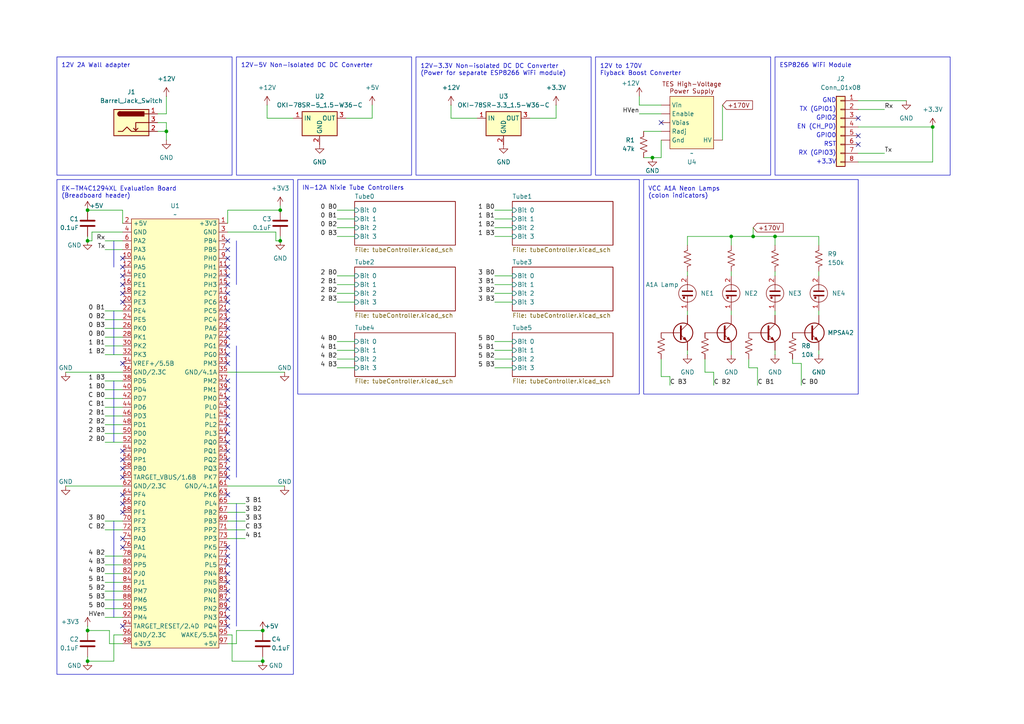
<source format=kicad_sch>
(kicad_sch (version 20231120) (generator "eeschema") (generator_version "8.0")
  (paper "A4")
  (lib_symbols
    (symbol "Connector:Barrel_Jack_Switch" (pin_names hide)
      (property "Reference" "J" (at 0 5.334 0))
      (property "Value" "Barrel_Jack_Switch" (at 0 -5.08 0))
      (symbol "Barrel_Jack_Switch_0_1"
        (rectangle (start -5.08 3.81) (end 5.08 -3.81) (stroke (width 0.254)) (fill (type background)))
        (arc (start -3.302 3.175) (mid -3.9343 2.54) (end -3.302 1.905) (stroke (width 0.254)))
        (arc (start -3.302 3.175) (mid -3.9343 2.54) (end -3.302 1.905) (stroke (width 0.254)) (fill (type outline)))
        (polyline (pts (xy 1.27 -2.286) (xy 1.905 -1.651)) (stroke (width 0.254)))
        (polyline (pts (xy 5.08 2.54) (xy 3.81 2.54)) (stroke (width 0.254)))
        (polyline (pts (xy 5.08 0) (xy 1.27 0) (xy 1.27 -2.286) (xy 0.635 -1.651)) (stroke (width 0.254)))
        (polyline (pts (xy -3.81 -2.54) (xy -2.54 -2.54) (xy -1.27 -1.27) (xy 0 -2.54) (xy 2.54 -2.54) (xy 5.08 -2.54)) (stroke (width 0.254)))
        (rectangle (start 3.683 3.175) (end -3.302 1.905) (stroke (width 0.254)) (fill (type outline)))
      )
      (symbol "Barrel_Jack_Switch_1_1"
        (pin passive line (at 7.62 2.54 180) (length 2.54) (name "~") (number "1"))
        (pin passive line (at 7.62 -2.54 180) (length 2.54) (name "~") (number "2"))
        (pin passive line (at 7.62 0 180) (length 2.54) (name "~") (number "3"))
      )
    )
    (symbol "Connector_Generic:Conn_01x08" (pin_names (offset 1.016) hide)
      (property "Reference" "J" (at 0 10.16 0))
      (property "Value" "Conn_01x08" (at 0 -12.7 0))
      (symbol "Conn_01x08_1_1"
        (rectangle (start -1.27 -10.033) (end 0 -10.287) (stroke (width 0.1524)))
        (rectangle (start -1.27 -7.493) (end 0 -7.747) (stroke (width 0.1524)))
        (rectangle (start -1.27 -4.953) (end 0 -5.207) (stroke (width 0.1524)))
        (rectangle (start -1.27 -2.413) (end 0 -2.667) (stroke (width 0.1524)))
        (rectangle (start -1.27 0.127) (end 0 -0.127) (stroke (width 0.1524)))
        (rectangle (start -1.27 2.667) (end 0 2.413) (stroke (width 0.1524)))
        (rectangle (start -1.27 5.207) (end 0 4.953) (stroke (width 0.1524)))
        (rectangle (start -1.27 7.747) (end 0 7.493) (stroke (width 0.1524)))
        (rectangle (start -1.27 8.89) (end 1.27 -11.43) (stroke (width 0.254)) (fill (type background)))
        (pin passive line (at -5.08 7.62 0) (length 3.81) (name "Pin_1") (number "1"))
        (pin passive line (at -5.08 5.08 0) (length 3.81) (name "Pin_2") (number "2"))
        (pin passive line (at -5.08 2.54 0) (length 3.81) (name "Pin_3") (number "3"))
        (pin passive line (at -5.08 0 0) (length 3.81) (name "Pin_4") (number "4"))
        (pin passive line (at -5.08 -2.54 0) (length 3.81) (name "Pin_5") (number "5"))
        (pin passive line (at -5.08 -5.08 0) (length 3.81) (name "Pin_6") (number "6"))
        (pin passive line (at -5.08 -7.62 0) (length 3.81) (name "Pin_7") (number "7"))
        (pin passive line (at -5.08 -10.16 0) (length 3.81) (name "Pin_8") (number "8"))
      )
    )
    (symbol "Converter_DCDC:OKI-78SR-3.3_1.5-W36-C"
      (property "Reference" "U" (at -3.81 3.175 0))
      (property "Value" "OKI-78SR-3.3_1.5-W36-C" (at 0 3.175 0))
      (symbol "OKI-78SR-3.3_1.5-W36-C_0_1"
        (rectangle (start -5.08 1.905) (end 5.08 -5.08) (stroke (width 0.254)) (fill (type background)))
      )
      (symbol "OKI-78SR-3.3_1.5-W36-C_1_1"
        (pin power_in line (at -7.62 0 0) (length 2.54) (name "IN") (number "1"))
        (pin power_in line (at 0 -7.62 90) (length 2.54) (name "GND") (number "2"))
        (pin power_out line (at 7.62 0 180) (length 2.54) (name "OUT") (number "3"))
      )
    )
    (symbol "Converter_DCDC:OKI-78SR-5_1.5-W36-C"
      (property "Reference" "U" (at -3.81 3.175 0))
      (property "Value" "OKI-78SR-5_1.5-W36-C" (at 0 3.175 0))
      (symbol "OKI-78SR-5_1.5-W36-C_0_1"
        (rectangle (start -5.08 1.905) (end 5.08 -5.08) (stroke (width 0.254)) (fill (type background)))
      )
      (symbol "OKI-78SR-5_1.5-W36-C_1_1"
        (pin power_in line (at -7.62 0 0) (length 2.54) (name "IN") (number "1"))
        (pin power_in line (at 0 -7.62 90) (length 2.54) (name "GND") (number "2"))
        (pin power_out line (at 7.62 0 180) (length 2.54) (name "OUT") (number "3"))
      )
    )
    (symbol "Device:C" (pin_numbers hide) (pin_names (offset 0.254))
      (property "Reference" "C" (at 0.635 2.54 0))
      (property "Value" "C" (at 0.635 -2.54 0))
      (symbol "C_0_1"
        (polyline (pts (xy -2.032 -0.762) (xy 2.032 -0.762)) (stroke (width 0.508)))
        (polyline (pts (xy -2.032 0.762) (xy 2.032 0.762)) (stroke (width 0.508)))
      )
      (symbol "C_1_1"
        (pin passive line (at 0 3.81 270) (length 2.794) (name "~") (number "1"))
        (pin passive line (at 0 -3.81 90) (length 2.794) (name "~") (number "2"))
      )
    )
    (symbol "Device:Lamp_Neon" (pin_names (offset 0.0254) hide)
      (property "Reference" "NE" (at 0.635 3.81 0))
      (property "Value" "Lamp_Neon" (at 0.635 -3.81 0))
      (symbol "Lamp_Neon_0_1"
        (rectangle (start -1.524 -0.508) (end 1.524 -0.762) (fill (type outline)))
        (rectangle (start -1.524 0.762) (end 1.524 0.508) (fill (type outline)))
        (polyline (pts (xy 0 -2.54) (xy 0 -0.762)))
        (polyline (pts (xy 0 0.762) (xy 0 2.54)))
        (circle (center 0 0) (radius 2.54))
        (circle (center 1.016 -1.27) (radius 0.254) (fill (type outline)))
      )
      (symbol "Lamp_Neon_1_1"
        (pin passive line (at 0 -5.08 90) (length 2.54) (name "~") (number "1"))
        (pin passive line (at 0 5.08 270) (length 2.54) (name "~") (number "2"))
      )
    )
    (symbol "Device:R_US" (pin_numbers hide) (pin_names (offset 0))
      (property "Reference" "R" (at 2.54 0 90))
      (property "Value" "R_US" (at -2.54 0 90))
      (symbol "R_US_0_1"
        (polyline (pts (xy 0 -2.286) (xy 0 -2.54)))
        (polyline (pts (xy 0 2.286) (xy 0 2.54)))
        (polyline (pts (xy 0 -0.762) (xy 1.016 -1.143) (xy 0 -1.524) (xy -1.016 -1.905) (xy 0 -2.286)))
        (polyline (pts (xy 0 0.762) (xy 1.016 0.381) (xy 0 0) (xy -1.016 -0.381) (xy 0 -0.762)))
        (polyline (pts (xy 0 2.286) (xy 1.016 1.905) (xy 0 1.524) (xy -1.016 1.143) (xy 0 0.762)))
      )
      (symbol "R_US_1_1"
        (pin passive line (at 0 3.81 270) (length 1.27) (name "~") (number "1"))
        (pin passive line (at 0 -3.81 90) (length 1.27) (name "~") (number "2"))
      )
    )
    (symbol "TaylorElectronics:TES_1363_HVPS_Vertical" (pin_numbers hide)
      (property "Reference" "U" (at 0 8.89 0))
      (symbol "TES_1363_HVPS_Vertical_1_1"
        (rectangle (start -6.35 7.62) (end 6.35 -7.62) (fill (type background)))
        (text "TES High-Voltage\nPower Supply" (at 0 -10.16 0) (effects (font (size 1.27 1.27))))
        (pin input line (at -8.89 -2.54 0) (length 2.54) (name "Enable") (number "Enable"))
        (pin input line (at -8.89 5.08 0) (length 2.54) (name "Gnd") (number "Gnd"))
        (pin output line (at 8.89 5.08 180) (length 2.54) (name "HV") (number "HV"))
        (pin input line (at -8.89 2.54 0) (length 2.54) (name "Radj") (number "Radj"))
        (pin input line (at -8.89 0 0) (length 2.54) (name "Vbias") (number "Vbias"))
        (pin input line (at -8.89 -5.08 0) (length 2.54) (name "Vin") (number "Vin"))
      )
    )
    (symbol "TaylorElectronics:X11_TM4C_Breadboard_Header"
      (property "Reference" "U" (at 0 0 0))
      (symbol "X11_TM4C_Breadboard_Header_1_1"
        (rectangle (start -12.7 59.69) (end 12.7 -64.77) (fill (type background)))
        (pin bidirectional line (at 15.24 58.42 180) (length 2.54) (name "+3V3") (number "1"))
        (pin bidirectional line (at -15.24 48.26 0) (length 2.54) (name "PA4") (number "10"))
        (pin bidirectional line (at 15.24 45.72 180) (length 2.54) (name "PH1") (number "11"))
        (pin bidirectional line (at -15.24 45.72 0) (length 2.54) (name "PA5") (number "12"))
        (pin bidirectional line (at 15.24 43.18 180) (length 2.54) (name "PH2") (number "13"))
        (pin bidirectional line (at -15.24 43.18 0) (length 2.54) (name "PE0") (number "14"))
        (pin bidirectional line (at 15.24 40.64 180) (length 2.54) (name "PH3") (number "15"))
        (pin bidirectional line (at -15.24 40.64 0) (length 2.54) (name "PE1") (number "16"))
        (pin bidirectional line (at 15.24 38.1 180) (length 2.54) (name "PC7") (number "17"))
        (pin bidirectional line (at -15.24 38.1 0) (length 2.54) (name "PE2") (number "18"))
        (pin bidirectional line (at 15.24 35.56 180) (length 2.54) (name "PC6") (number "19"))
        (pin bidirectional line (at -15.24 58.42 0) (length 2.54) (name "+5V") (number "2"))
        (pin bidirectional line (at -15.24 35.56 0) (length 2.54) (name "PE3") (number "20"))
        (pin bidirectional line (at 15.24 33.02 180) (length 2.54) (name "PC5") (number "21"))
        (pin bidirectional line (at -15.24 33.02 0) (length 2.54) (name "PE4") (number "22"))
        (pin bidirectional line (at 15.24 30.48 180) (length 2.54) (name "PC4") (number "23"))
        (pin bidirectional line (at -15.24 30.48 0) (length 2.54) (name "PE5") (number "24"))
        (pin bidirectional line (at 15.24 27.94 180) (length 2.54) (name "PA6") (number "25"))
        (pin bidirectional line (at -15.24 27.94 0) (length 2.54) (name "PK0") (number "26"))
        (pin bidirectional line (at 15.24 25.4 180) (length 2.54) (name "PA7") (number "27"))
        (pin bidirectional line (at -15.24 25.4 0) (length 2.54) (name "PK1") (number "28"))
        (pin bidirectional line (at 15.24 22.86 180) (length 2.54) (name "PG1") (number "29"))
        (pin bidirectional line (at 15.24 55.88 180) (length 2.54) (name "GND") (number "3"))
        (pin bidirectional line (at -15.24 22.86 0) (length 2.54) (name "PK2") (number "30"))
        (pin bidirectional line (at 15.24 20.32 180) (length 2.54) (name "PG0") (number "31"))
        (pin bidirectional line (at -15.24 20.32 0) (length 2.54) (name "PK3") (number "32"))
        (pin bidirectional line (at 15.24 17.78 180) (length 2.54) (name "PM3") (number "33"))
        (pin bidirectional line (at -15.24 17.78 0) (length 2.54) (name "VREF+/5.5B") (number "34"))
        (pin bidirectional line (at 15.24 15.24 180) (length 2.54) (name "GND/4.1A") (number "35"))
        (pin bidirectional line (at -15.24 15.24 0) (length 2.54) (name "GND/2.3C") (number "36"))
        (pin bidirectional line (at 15.24 12.7 180) (length 2.54) (name "PM2") (number "37"))
        (pin bidirectional line (at -15.24 12.7 0) (length 2.54) (name "PD5") (number "38"))
        (pin bidirectional line (at 15.24 10.16 180) (length 2.54) (name "PM1") (number "39"))
        (pin bidirectional line (at -15.24 55.88 0) (length 2.54) (name "GND") (number "4"))
        (pin bidirectional line (at -15.24 10.16 0) (length 2.54) (name "PD4") (number "40"))
        (pin bidirectional line (at 15.24 7.62 180) (length 2.54) (name "PM0") (number "41"))
        (pin bidirectional line (at -15.24 7.62 0) (length 2.54) (name "PD7") (number "42"))
        (pin bidirectional line (at 15.24 5.08 180) (length 2.54) (name "PL0") (number "43"))
        (pin bidirectional line (at -15.24 5.08 0) (length 2.54) (name "PD6") (number "44"))
        (pin bidirectional line (at 15.24 2.54 180) (length 2.54) (name "PL1") (number "45"))
        (pin bidirectional line (at -15.24 2.54 0) (length 2.54) (name "PD3") (number "46"))
        (pin bidirectional line (at 15.24 0 180) (length 2.54) (name "PL2") (number "47"))
        (pin bidirectional line (at -15.24 0 0) (length 2.54) (name "PD1") (number "48"))
        (pin bidirectional line (at 15.24 -2.54 180) (length 2.54) (name "PL3") (number "49"))
        (pin bidirectional line (at 15.24 53.34 180) (length 2.54) (name "PB4") (number "5"))
        (pin bidirectional line (at -15.24 -2.54 0) (length 2.54) (name "PD0") (number "50"))
        (pin bidirectional line (at 15.24 -5.08 180) (length 2.54) (name "PQ0") (number "51"))
        (pin bidirectional line (at -15.24 -5.08 0) (length 2.54) (name "PD2") (number "52"))
        (pin bidirectional line (at 15.24 -7.62 180) (length 2.54) (name "PQ1") (number "53"))
        (pin bidirectional line (at -15.24 -7.62 0) (length 2.54) (name "PP0") (number "54"))
        (pin bidirectional line (at 15.24 -10.16 180) (length 2.54) (name "PQ2") (number "55"))
        (pin bidirectional line (at -15.24 -10.16 0) (length 2.54) (name "PP1") (number "56"))
        (pin bidirectional line (at 15.24 -12.7 180) (length 2.54) (name "PQ3") (number "57"))
        (pin bidirectional line (at -15.24 -12.7 0) (length 2.54) (name "PB0") (number "58"))
        (pin bidirectional line (at 15.24 -15.24 180) (length 2.54) (name "PK7") (number "59"))
        (pin bidirectional line (at -15.24 53.34 0) (length 2.54) (name "PA2") (number "6"))
        (pin bidirectional line (at -15.24 -15.24 0) (length 2.54) (name "TARGET_VBUS/1.6B") (number "60"))
        (pin bidirectional line (at 15.24 -17.78 180) (length 2.54) (name "GND/4.1A") (number "61"))
        (pin bidirectional line (at -15.24 -17.78 0) (length 2.54) (name "GND/2.3C") (number "62"))
        (pin bidirectional line (at 15.24 -20.32 180) (length 2.54) (name "PK6") (number "63"))
        (pin bidirectional line (at -15.24 -20.32 0) (length 2.54) (name "PF4") (number "64"))
        (pin bidirectional line (at 15.24 -22.86 180) (length 2.54) (name "PL4") (number "65"))
        (pin bidirectional line (at -15.24 -22.86 0) (length 2.54) (name "PF0") (number "66"))
        (pin bidirectional line (at 15.24 -25.4 180) (length 2.54) (name "PB2") (number "67"))
        (pin bidirectional line (at -15.24 -25.4 0) (length 2.54) (name "PF1") (number "68"))
        (pin bidirectional line (at 15.24 -27.94 180) (length 2.54) (name "PB3") (number "69"))
        (pin bidirectional line (at 15.24 50.8 180) (length 2.54) (name "PB5") (number "7"))
        (pin bidirectional line (at -15.24 -27.94 0) (length 2.54) (name "PF2") (number "70"))
        (pin bidirectional line (at 15.24 -30.48 180) (length 2.54) (name "PP2") (number "71"))
        (pin bidirectional line (at -15.24 -30.48 0) (length 2.54) (name "PF3") (number "72"))
        (pin bidirectional line (at 15.24 -33.02 180) (length 2.54) (name "PP3") (number "73"))
        (pin bidirectional line (at -15.24 -33.02 0) (length 2.54) (name "PA0") (number "74"))
        (pin bidirectional line (at 15.24 -35.56 180) (length 2.54) (name "PK5") (number "75"))
        (pin bidirectional line (at -15.24 -35.56 0) (length 2.54) (name "PA1") (number "76"))
        (pin bidirectional line (at 15.24 -38.1 180) (length 2.54) (name "PK4") (number "77"))
        (pin bidirectional line (at -15.24 -38.1 0) (length 2.54) (name "PP4") (number "78"))
        (pin bidirectional line (at 15.24 -40.64 180) (length 2.54) (name "PL5") (number "79"))
        (pin bidirectional line (at -15.24 50.8 0) (length 2.54) (name "PA3") (number "8"))
        (pin bidirectional line (at -15.24 -40.64 0) (length 2.54) (name "PP5") (number "80"))
        (pin bidirectional line (at 15.24 -43.18 180) (length 2.54) (name "PN4") (number "81"))
        (pin bidirectional line (at -15.24 -43.18 0) (length 2.54) (name "PJ0") (number "82"))
        (pin bidirectional line (at 15.24 -45.72 180) (length 2.54) (name "PN5") (number "83"))
        (pin bidirectional line (at -15.24 -45.72 0) (length 2.54) (name "PJ1") (number "84"))
        (pin bidirectional line (at 15.24 -48.26 180) (length 2.54) (name "PN0") (number "85"))
        (pin bidirectional line (at -15.24 -48.26 0) (length 2.54) (name "PM7") (number "86"))
        (pin bidirectional line (at 15.24 -50.8 180) (length 2.54) (name "PN1") (number "87"))
        (pin bidirectional line (at -15.24 -50.8 0) (length 2.54) (name "PM6") (number "88"))
        (pin bidirectional line (at 15.24 -53.34 180) (length 2.54) (name "PN2") (number "89"))
        (pin bidirectional line (at 15.24 48.26 180) (length 2.54) (name "PH0") (number "9"))
        (pin bidirectional line (at -15.24 -53.34 0) (length 2.54) (name "PM5") (number "90"))
        (pin bidirectional line (at 15.24 -55.88 180) (length 2.54) (name "PN3") (number "91"))
        (pin bidirectional line (at -15.24 -55.88 0) (length 2.54) (name "PM4") (number "92"))
        (pin bidirectional line (at 15.24 -58.42 180) (length 2.54) (name "PQ4") (number "93"))
        (pin bidirectional line (at -15.24 -58.42 0) (length 2.54) (name "TARGET_RESET/2.4D") (number "94"))
        (pin bidirectional line (at 15.24 -60.96 180) (length 2.54) (name "WAKE/5.5A") (number "95"))
        (pin bidirectional line (at -15.24 -60.96 0) (length 2.54) (name "GND/2.3C") (number "96"))
        (pin bidirectional line (at 15.24 -63.5 180) (length 2.54) (name "+5V") (number "97"))
        (pin bidirectional line (at -15.24 -63.5 0) (length 2.54) (name "+3V3") (number "98"))
      )
    )
    (symbol "Transistor_BJT:MPSA42" (pin_numbers hide) (pin_names (offset 1.016) hide)
      (property "Reference" "Q" (at 5.08 1.905 0))
      (property "Value" "MPSA42" (at 5.08 0 0))
      (symbol "MPSA42_0_1"
        (polyline (pts (xy 0 0) (xy 0.635 0)))
        (polyline (pts (xy 0.635 0.635) (xy 2.54 2.54)))
        (polyline (pts (xy 0.635 -0.635) (xy 2.54 -2.54) (xy 2.54 -2.54)))
        (polyline (pts (xy 0.635 1.905) (xy 0.635 -1.905) (xy 0.635 -1.905)) (stroke (width 0.508)))
        (polyline (pts (xy 1.27 -1.778) (xy 1.778 -1.27) (xy 2.286 -2.286) (xy 1.27 -1.778) (xy 1.27 -1.778)) (fill (type outline)))
        (circle (center 1.27 0) (radius 2.8194) (stroke (width 0.254)))
      )
      (symbol "MPSA42_1_1"
        (pin passive line (at 2.54 -5.08 90) (length 2.54) (name "E") (number "1"))
        (pin input line (at -5.08 0 0) (length 5.08) (name "B") (number "2"))
        (pin passive line (at 2.54 5.08 270) (length 2.54) (name "C") (number "3"))
      )
    )
    (symbol "power:+12V" (power) (pin_numbers hide) (pin_names (offset 0) hide)
      (property "Value" "+12V" (at 0 3.556 0))
      (symbol "+12V_0_1"
        (polyline (pts (xy -0.762 1.27) (xy 0 2.54)))
        (polyline (pts (xy 0 0) (xy 0 2.54)))
        (polyline (pts (xy 0 2.54) (xy 0.762 1.27)))
      )
      (symbol "+12V_1_1"
        (pin power_in line (at 0 0 90) (length 0) (name "~") (number "1"))
      )
    )
    (symbol "power:+3.3V" (power) (pin_numbers hide) (pin_names (offset 0) hide)
      (property "Value" "+3.3V" (at 0 3.556 0))
      (symbol "+3.3V_0_1"
        (polyline (pts (xy -0.762 1.27) (xy 0 2.54)))
        (polyline (pts (xy 0 0) (xy 0 2.54)))
        (polyline (pts (xy 0 2.54) (xy 0.762 1.27)))
      )
      (symbol "+3.3V_1_1"
        (pin power_in line (at 0 0 90) (length 0) (name "~") (number "1"))
      )
    )
    (symbol "power:+3V3" (power) (pin_numbers hide) (pin_names (offset 0) hide)
      (property "Value" "+3V3" (at 0 3.556 0))
      (symbol "+3V3_0_1"
        (polyline (pts (xy -0.762 1.27) (xy 0 2.54)))
        (polyline (pts (xy 0 0) (xy 0 2.54)))
        (polyline (pts (xy 0 2.54) (xy 0.762 1.27)))
      )
      (symbol "+3V3_1_1"
        (pin power_in line (at 0 0 90) (length 0) (name "~") (number "1"))
      )
    )
    (symbol "power:+5V" (power) (pin_numbers hide) (pin_names (offset 0) hide)
      (property "Value" "+5V" (at 0 3.556 0))
      (symbol "+5V_0_1"
        (polyline (pts (xy -0.762 1.27) (xy 0 2.54)))
        (polyline (pts (xy 0 0) (xy 0 2.54)))
        (polyline (pts (xy 0 2.54) (xy 0.762 1.27)))
      )
      (symbol "+5V_1_1"
        (pin power_in line (at 0 0 90) (length 0) (name "~") (number "1"))
      )
    )
    (symbol "power:GND" (power) (pin_numbers hide) (pin_names (offset 0) hide)
      (property "Value" "GND" (at 0 -3.81 0))
      (symbol "GND_0_1"
        (polyline (pts (xy 0 0) (xy 0 -1.27) (xy 1.27 -1.27) (xy 0 -2.54) (xy -1.27 -1.27) (xy 0 -1.27)))
      )
      (symbol "GND_1_1"
        (pin power_in line (at 0 0 270) (length 0) (name "~") (number "1"))
      )
    )
  )
  (junction (at 189.23 45.72))
  (junction (at 224.79 68.58))
  (junction (at 218.44 68.58))
  (junction (at 76.2 182.88))
  (junction (at 76.2 191.77))
  (junction (at 25.4 191.77))
  (junction (at 48.26 38.1))
  (junction (at 81.28 69.85))
  (junction (at 25.4 69.85))
  (junction (at 25.4 60.96))
  (junction (at 270.51 36.83))
  (junction (at 25.4 182.88))
  (junction (at 81.28 60.96))
  (junction (at 212.09 68.58))
  (no_connect (at 35.56 148.59))
  (no_connect (at 66.04 173.99))
  (no_connect (at 66.04 133.35))
  (no_connect (at 248.92 34.29))
  (no_connect (at 35.56 156.21))
  (no_connect (at 35.56 138.43))
  (no_connect (at 66.04 171.45))
  (no_connect (at 66.04 97.79))
  (no_connect (at 66.04 125.73))
  (no_connect (at 66.04 179.07))
  (no_connect (at 35.56 146.05))
  (no_connect (at 66.04 92.71))
  (no_connect (at 66.04 158.75))
  (no_connect (at 66.04 168.91))
  (no_connect (at 66.04 138.43))
  (no_connect (at 66.04 100.33))
  (no_connect (at 66.04 120.65))
  (no_connect (at 66.04 135.89))
  (no_connect (at 66.04 87.63))
  (no_connect (at 66.04 161.29))
  (no_connect (at 35.56 135.89))
  (no_connect (at 35.56 158.75))
  (no_connect (at 66.04 130.81))
  (no_connect (at 35.56 87.63))
  (no_connect (at 35.56 77.47))
  (no_connect (at 66.04 118.11))
  (no_connect (at 191.77 35.56))
  (no_connect (at 248.92 41.91))
  (no_connect (at 66.04 113.03))
  (no_connect (at 66.04 80.01))
  (no_connect (at 66.04 128.27))
  (no_connect (at 66.04 72.39))
  (no_connect (at 66.04 105.41))
  (no_connect (at 66.04 110.49))
  (no_connect (at 66.04 123.19))
  (no_connect (at 66.04 74.93))
  (no_connect (at 66.04 90.17))
  (no_connect (at 66.04 77.47))
  (no_connect (at 248.92 39.37))
  (no_connect (at 66.04 95.25))
  (no_connect (at 35.56 80.01))
  (no_connect (at 35.56 133.35))
  (no_connect (at 35.56 181.61))
  (no_connect (at 66.04 181.61))
  (no_connect (at 66.04 102.87))
  (no_connect (at 66.04 115.57))
  (no_connect (at 66.04 82.55))
  (no_connect (at 35.56 130.81))
  (no_connect (at 66.04 85.09))
  (no_connect (at 35.56 105.41))
  (no_connect (at 66.04 143.51))
  (no_connect (at 66.04 176.53))
  (no_connect (at 66.04 69.85))
  (no_connect (at 66.04 163.83))
  (no_connect (at 35.56 143.51))
  (no_connect (at 35.56 85.09))
  (no_connect (at 66.04 166.37))
  (no_connect (at 35.56 82.55))
  (no_connect (at 35.56 74.93))
  (wire (pts (xy 35.56 67.31) (xy 26.67 67.31)))
  (wire (pts (xy 30.48 92.71) (xy 35.56 92.71)))
  (wire (pts (xy 199.39 90.17) (xy 199.39 91.44)))
  (wire (pts (xy 248.92 31.75) (xy 256.54 31.75)))
  (wire (pts (xy 80.01 67.31) (xy 80.01 69.85)))
  (wire (pts (xy 229.87 105.41) (xy 229.87 104.14)))
  (wire (pts (xy 237.49 78.74) (xy 237.49 80.01)))
  (wire (pts (xy 33.02 184.15) (xy 35.56 184.15)))
  (wire (pts (xy 218.44 66.04) (xy 218.44 68.58)))
  (wire (pts (xy 19.05 107.95) (xy 35.56 107.95)))
  (wire (pts (xy 209.55 30.48) (xy 209.55 40.64)))
  (wire (pts (xy 130.81 34.29) (xy 138.43 34.29)))
  (wire (pts (xy 199.39 78.74) (xy 199.39 80.01)))
  (wire (pts (xy 143.51 80.01) (xy 148.59 80.01)))
  (wire (pts (xy 185.42 27.94) (xy 185.42 30.48)))
  (wire (pts (xy 71.12 156.21) (xy 66.04 156.21)))
  (wire (pts (xy 212.09 90.17) (xy 212.09 91.44)))
  (wire (pts (xy 143.51 85.09) (xy 148.59 85.09)))
  (wire (pts (xy 219.71 111.76) (xy 219.71 106.68)))
  (wire (pts (xy 81.28 59.69) (xy 81.28 60.96)))
  (polyline (pts (xy 68.58 69.85) (xy 68.58 82.55)))
  (wire (pts (xy 191.77 45.72) (xy 191.77 40.64)))
  (wire (pts (xy 248.92 36.83) (xy 270.51 36.83)))
  (wire (pts (xy 143.51 68.58) (xy 148.59 68.58)))
  (wire (pts (xy 248.92 46.99) (xy 270.51 46.99)))
  (wire (pts (xy 30.48 163.83) (xy 35.56 163.83)))
  (wire (pts (xy 77.47 34.29) (xy 85.09 34.29)))
  (wire (pts (xy 19.05 140.97) (xy 35.56 140.97)))
  (wire (pts (xy 30.48 168.91) (xy 35.56 168.91)))
  (wire (pts (xy 66.04 184.15) (xy 67.31 184.15)))
  (wire (pts (xy 35.56 60.96) (xy 35.56 64.77)))
  (wire (pts (xy 199.39 68.58) (xy 212.09 68.58)))
  (wire (pts (xy 48.26 35.56) (xy 48.26 38.1)))
  (wire (pts (xy 25.4 68.58) (xy 25.4 69.85)))
  (wire (pts (xy 97.79 80.01) (xy 102.87 80.01)))
  (wire (pts (xy 71.12 153.67) (xy 66.04 153.67)))
  (wire (pts (xy 224.79 102.87) (xy 224.79 101.6)))
  (wire (pts (xy 33.02 191.77) (xy 33.02 184.15)))
  (wire (pts (xy 25.4 181.61) (xy 25.4 182.88)))
  (wire (pts (xy 194.31 109.22) (xy 191.77 109.22)))
  (wire (pts (xy 30.48 176.53) (xy 35.56 176.53)))
  (wire (pts (xy 30.48 100.33) (xy 35.56 100.33)))
  (wire (pts (xy 30.48 153.67) (xy 35.56 153.67)))
  (wire (pts (xy 45.72 33.02) (xy 48.26 33.02)))
  (wire (pts (xy 130.81 30.48) (xy 130.81 34.29)))
  (wire (pts (xy 185.42 30.48) (xy 191.77 30.48)))
  (wire (pts (xy 212.09 68.58) (xy 218.44 68.58)))
  (wire (pts (xy 212.09 102.87) (xy 212.09 101.6)))
  (wire (pts (xy 212.09 78.74) (xy 212.09 80.01)))
  (wire (pts (xy 25.4 60.96) (xy 35.56 60.96)))
  (wire (pts (xy 218.44 68.58) (xy 224.79 68.58)))
  (wire (pts (xy 224.79 68.58) (xy 237.49 68.58)))
  (wire (pts (xy 143.51 106.68) (xy 148.59 106.68)))
  (wire (pts (xy 143.51 66.04) (xy 148.59 66.04)))
  (wire (pts (xy 100.33 34.29) (xy 107.95 34.29)))
  (wire (pts (xy 80.01 69.85) (xy 81.28 69.85)))
  (wire (pts (xy 97.79 104.14) (xy 102.87 104.14)))
  (wire (pts (xy 97.79 85.09) (xy 102.87 85.09)))
  (wire (pts (xy 77.47 30.48) (xy 77.47 34.29)))
  (wire (pts (xy 35.56 90.17) (xy 30.48 90.17)))
  (wire (pts (xy 224.79 90.17) (xy 224.79 91.44)))
  (wire (pts (xy 66.04 67.31) (xy 80.01 67.31)))
  (wire (pts (xy 76.2 190.5) (xy 76.2 191.77)))
  (wire (pts (xy 248.92 29.21) (xy 262.89 29.21)))
  (wire (pts (xy 97.79 66.04) (xy 102.87 66.04)))
  (wire (pts (xy 199.39 102.87) (xy 199.39 101.6)))
  (wire (pts (xy 204.47 107.95) (xy 204.47 104.14)))
  (wire (pts (xy 45.72 35.56) (xy 48.26 35.56)))
  (wire (pts (xy 26.67 69.85) (xy 25.4 69.85)))
  (wire (pts (xy 143.51 101.6) (xy 148.59 101.6)))
  (wire (pts (xy 30.48 179.07) (xy 35.56 179.07)))
  (wire (pts (xy 217.17 106.68) (xy 217.17 104.14)))
  (wire (pts (xy 30.48 102.87) (xy 35.56 102.87)))
  (wire (pts (xy 67.31 191.77) (xy 76.2 191.77)))
  (wire (pts (xy 30.48 151.13) (xy 35.56 151.13)))
  (polyline (pts (xy 68.58 100.33) (xy 68.58 138.43)))
  (wire (pts (xy 219.71 106.68) (xy 217.17 106.68)))
  (wire (pts (xy 237.49 68.58) (xy 237.49 71.12)))
  (wire (pts (xy 270.51 36.83) (xy 270.51 46.99)))
  (wire (pts (xy 97.79 99.06) (xy 102.87 99.06)))
  (wire (pts (xy 248.92 44.45) (xy 256.54 44.45)))
  (wire (pts (xy 31.75 182.88) (xy 25.4 182.88)))
  (wire (pts (xy 207.01 111.76) (xy 207.01 107.95)))
  (wire (pts (xy 35.56 173.99) (xy 30.48 173.99)))
  (wire (pts (xy 30.48 69.85) (xy 35.56 69.85)))
  (wire (pts (xy 67.31 184.15) (xy 67.31 191.77)))
  (wire (pts (xy 153.67 34.29) (xy 161.29 34.29)))
  (wire (pts (xy 97.79 68.58) (xy 102.87 68.58)))
  (wire (pts (xy 66.04 107.95) (xy 82.55 107.95)))
  (wire (pts (xy 66.04 60.96) (xy 81.28 60.96)))
  (wire (pts (xy 30.48 110.49) (xy 35.56 110.49)))
  (wire (pts (xy 48.26 33.02) (xy 48.26 27.94)))
  (wire (pts (xy 30.48 166.37) (xy 35.56 166.37)))
  (wire (pts (xy 143.51 99.06) (xy 148.59 99.06)))
  (wire (pts (xy 35.56 120.65) (xy 30.48 120.65)))
  (wire (pts (xy 71.12 148.59) (xy 66.04 148.59)))
  (wire (pts (xy 35.56 97.79) (xy 30.48 97.79)))
  (wire (pts (xy 237.49 102.87) (xy 237.49 101.6)))
  (wire (pts (xy 71.12 151.13) (xy 66.04 151.13)))
  (wire (pts (xy 189.23 45.72) (xy 191.77 45.72)))
  (wire (pts (xy 68.58 182.88) (xy 76.2 182.88)))
  (wire (pts (xy 30.48 72.39) (xy 35.56 72.39)))
  (wire (pts (xy 97.79 63.5) (xy 102.87 63.5)))
  (wire (pts (xy 30.48 171.45) (xy 35.56 171.45)))
  (wire (pts (xy 232.41 111.76) (xy 232.41 105.41)))
  (wire (pts (xy 186.69 38.1) (xy 191.77 38.1)))
  (wire (pts (xy 25.4 190.5) (xy 25.4 191.77)))
  (wire (pts (xy 97.79 87.63) (xy 102.87 87.63)))
  (wire (pts (xy 237.49 90.17) (xy 237.49 91.44)))
  (wire (pts (xy 35.56 123.19) (xy 30.48 123.19)))
  (wire (pts (xy 30.48 118.11) (xy 35.56 118.11)))
  (wire (pts (xy 30.48 113.03) (xy 35.56 113.03)))
  (wire (pts (xy 35.56 125.73) (xy 30.48 125.73)))
  (wire (pts (xy 143.51 60.96) (xy 148.59 60.96)))
  (wire (pts (xy 30.48 115.57) (xy 35.56 115.57)))
  (wire (pts (xy 25.4 191.77) (xy 33.02 191.77)))
  (wire (pts (xy 143.51 104.14) (xy 148.59 104.14)))
  (polyline (pts (xy 68.58 146.05) (xy 68.58 181.61)))
  (wire (pts (xy 26.67 67.31) (xy 26.67 69.85)))
  (wire (pts (xy 97.79 82.55) (xy 102.87 82.55)))
  (wire (pts (xy 97.79 60.96) (xy 102.87 60.96)))
  (polyline (pts (xy 33.02 151.13) (xy 33.02 168.91)))
  (wire (pts (xy 97.79 106.68) (xy 102.87 106.68)))
  (wire (pts (xy 207.01 107.95) (xy 204.47 107.95)))
  (wire (pts (xy 35.56 161.29) (xy 30.48 161.29)))
  (wire (pts (xy 161.29 34.29) (xy 161.29 30.48)))
  (polyline (pts (xy 33.02 168.91) (xy 33.02 179.07)))
  (wire (pts (xy 224.79 78.74) (xy 224.79 80.01)))
  (wire (pts (xy 143.51 63.5) (xy 148.59 63.5)))
  (wire (pts (xy 48.26 38.1) (xy 48.26 40.64)))
  (wire (pts (xy 194.31 111.76) (xy 194.31 109.22)))
  (wire (pts (xy 185.42 33.02) (xy 191.77 33.02)))
  (wire (pts (xy 68.58 186.69) (xy 68.58 182.88)))
  (wire (pts (xy 232.41 105.41) (xy 229.87 105.41)))
  (polyline (pts (xy 33.02 110.49) (xy 33.02 128.27)))
  (wire (pts (xy 107.95 34.29) (xy 107.95 30.48)))
  (wire (pts (xy 212.09 68.58) (xy 212.09 71.12)))
  (wire (pts (xy 71.12 146.05) (xy 66.04 146.05)))
  (polyline (pts (xy 33.02 90.17) (xy 33.02 102.87)))
  (wire (pts (xy 81.28 68.58) (xy 81.28 69.85)))
  (wire (pts (xy 35.56 128.27) (xy 30.48 128.27)))
  (wire (pts (xy 191.77 109.22) (xy 191.77 104.14)))
  (wire (pts (xy 66.04 186.69) (xy 68.58 186.69)))
  (wire (pts (xy 45.72 38.1) (xy 48.26 38.1)))
  (wire (pts (xy 199.39 68.58) (xy 199.39 71.12)))
  (wire (pts (xy 224.79 68.58) (xy 224.79 71.12)))
  (wire (pts (xy 66.04 60.96) (xy 66.04 64.77)))
  (wire (pts (xy 35.56 186.69) (xy 31.75 186.69)))
  (wire (pts (xy 30.48 95.25) (xy 35.56 95.25)))
  (polyline (pts (xy 33.02 69.85) (xy 33.02 77.47)))
  (wire (pts (xy 97.79 101.6) (xy 102.87 101.6)))
  (wire (pts (xy 143.51 87.63) (xy 148.59 87.63)))
  (wire (pts (xy 66.04 140.97) (xy 82.55 140.97)))
  (wire (pts (xy 31.75 186.69) (xy 31.75 182.88)))
  (wire (pts (xy 143.51 82.55) (xy 148.59 82.55)))
  (wire (pts (xy 186.69 45.72) (xy 189.23 45.72)))
  (rectangle (start 16.51 52.07) (end 85.09 195.58))
  (rectangle (start 86.36 52.07) (end 185.42 114.3))
  (rectangle (start 186.69 52.07) (end 248.92 114.3))
  (rectangle (start 16.51 16.51) (end 67.31 50.8))
  (rectangle (start 172.72 16.51) (end 223.52 50.8))
  (rectangle (start 120.65 16.51) (end 171.45 50.8))
  (rectangle (start 224.79 16.51) (end 275.59 50.8))
  (rectangle (start 68.58 16.51) (end 119.38 50.8))
  (text "GND" (at 242.57 29.21 0) (effects (font (size 1.27 1.27)) (justify right)))
  (text "TX (GPIO1)" (at 242.57 31.75 0) (effects (font (size 1.27 1.27)) (justify right)))
  (text "GPIO2" (at 242.57 34.29 0) (effects (font (size 1.27 1.27)) (justify right)))
  (text "RX (GPIO3)" (at 242.57 44.45 0) (effects (font (size 1.27 1.27)) (justify right)))
  (text "12V to 170V\nFlyback Boost Converter" (at 173.99 20.32 0) (effects (font (size 1.27 1.27)) (justify left)))
  (text "IN-12A Nixie Tube Controllers" (at 87.63 54.61 0) (effects (font (size 1.27 1.27)) (justify left)))
  (text "+3.3V" (at 242.57 46.99 0) (effects (font (size 1.27 1.27)) (justify right)))
  (text "ESP8266 WiFi Module" (at 226.06 19.05 0) (effects (font (size 1.27 1.27)) (justify left)))
  (text "EN (CH_PD)" (at 242.57 36.83 0) (effects (font (size 1.27 1.27)) (justify right)))
  (text "EK-TM4C1294XL Evaluation Board\n(Breadboard header)" (at 17.78 55.88 0) (effects (font (size 1.27 1.27)) (justify left)))
  (text "GPIO0" (at 242.57 39.37 0) (effects (font (size 1.27 1.27)) (justify right)))
  (text "12V 2A Wall adapter" (at 17.78 19.05 0) (effects (font (size 1.27 1.27)) (justify left)))
  (text "12V-5V Non-isolated DC DC Converter" (at 69.85 19.05 0) (effects (font (size 1.27 1.27)) (justify left)))
  (text "RST" (at 242.57 41.91 0) (effects (font (size 1.27 1.27)) (justify right)))
  (text "12V-3.3V Non-isolated DC DC Converter\n(Power for separate ESP8266 WiFi module)" (at 121.92 20.32 0) (effects (font (size 1.27 1.27)) (justify left)))
  (text "VCC A1A Neon Lamps\n(colon indicators)" (at 187.96 55.88 0) (effects (font (size 1.27 1.27)) (justify left)))
  (label "0 B2" (at 97.79 66.04 180))
  (label "5 B3" (at 30.48 173.99 180))
  (label "0 B1" (at 30.48 90.17 180))
  (label "1 B0" (at 143.51 60.96 180))
  (label "1 B2" (at 30.48 102.87 180))
  (label "5 B0" (at 143.51 99.06 180))
  (label "5 B2" (at 143.51 104.14 180))
  (label "Rx" (at 30.48 69.85 180))
  (label "1 B1" (at 143.51 63.5 180))
  (label "5 B0" (at 30.48 176.53 180))
  (label "0 B0" (at 97.79 60.96 180))
  (label "4 B0" (at 30.48 166.37 180))
  (label "4 B0" (at 97.79 99.06 180))
  (label "1 B1" (at 30.48 100.33 180))
  (label "C B3" (at 71.12 153.67 0))
  (label "4 B1" (at 71.12 156.21 0))
  (label "HVen" (at 185.42 33.02 180))
  (label "5 B2" (at 30.48 171.45 180))
  (label "3 B0" (at 30.48 151.13 180))
  (label "HVen" (at 30.48 179.07 180))
  (label "1 B0" (at 30.48 113.03 180))
  (label "1 B3" (at 30.48 110.49 180))
  (label "Rx" (at 256.54 31.75 0))
  (label "4 B2" (at 97.79 104.14 180))
  (label "Tx" (at 256.54 44.45 0))
  (label "5 B3" (at 143.51 106.68 180))
  (label "3 B3" (at 143.51 87.63 180))
  (label "3 B1" (at 71.12 146.05 0))
  (label "2 B1" (at 30.48 120.65 180))
  (label "C B0" (at 30.48 115.57 180))
  (label "0 B3" (at 30.48 95.25 180))
  (label "3 B2" (at 71.12 148.59 0))
  (label "0 B1" (at 97.79 63.5 180))
  (label "2 B0" (at 97.79 80.01 180))
  (label "2 B3" (at 30.48 125.73 180))
  (label "C B2" (at 30.48 153.67 180))
  (label "3 B1" (at 143.51 82.55 180))
  (label "3 B0" (at 143.51 80.01 180))
  (label "0 B3" (at 97.79 68.58 180))
  (label "2 B2" (at 30.48 123.19 180))
  (label "2 B3" (at 97.79 87.63 180))
  (label "4 B3" (at 97.79 106.68 180))
  (label "0 B0" (at 30.48 97.79 180))
  (label "C B0" (at 232.41 111.76 0))
  (label "5 B1" (at 143.51 101.6 180))
  (label "1 B2" (at 143.51 66.04 180))
  (label "Tx" (at 30.48 72.39 180))
  (label "0 B2" (at 30.48 92.71 180))
  (label "4 B2" (at 30.48 161.29 180))
  (label "2 B2" (at 97.79 85.09 180))
  (label "5 B1" (at 30.48 168.91 180))
  (label "C B2" (at 207.01 111.76 0))
  (label "2 B0" (at 30.48 128.27 180))
  (label "3 B3" (at 71.12 151.13 0))
  (label "C B3" (at 194.31 111.76 0))
  (label "3 B2" (at 143.51 85.09 180))
  (label "C B1" (at 30.48 118.11 180))
  (label "4 B1" (at 97.79 101.6 180))
  (label "2 B1" (at 97.79 82.55 180))
  (label "4 B3" (at 30.48 163.83 180))
  (label "C B1" (at 219.71 111.76 0))
  (label "1 B3" (at 143.51 68.58 180))
  (global_label "+170V" (shape input) (at 218.44 66.04 0) (property "Intersheetrefs" "${INTERSHEET_REFS}" (effects (hide yes))))
  (global_label "+170V" (shape input) (at 209.55 30.48 0) (property "Intersheetrefs" "${INTERSHEET_REFS}" (effects (hide yes))))
  (symbol (lib_id "Device:Lamp_Neon") (at 212.09 85.09 0) (mirror y) (unit 1)
    (property "Reference" "NE2" (at 215.9 85.0899 0) (effects (justify right)))
    (property "Value" "Lamp_Neon" (effects (hide yes)))
    (property "Footprint" "Connector_PinHeader_2.54mm:PinHeader_1x02_P2.54mm_Vertical" (effects (hide yes)))
    (property "Description" "Neon lamp" (effects (hide yes)))
  )
  (symbol (lib_id "power:+3V3") (at 81.28 59.69 0) (unit 1)
    (property "Reference" "#PWR010" (effects (hide yes)))
    (property "Value" "+3V3" (at 81.28 54.61 0))
    (property "Description" "Power symbol creates a global label with name \"+3V3\"" (effects (hide yes)))
  )
  (symbol (lib_id "Converter_DCDC:OKI-78SR-5_1.5-W36-C") (at 92.71 34.29 0) (unit 1)
    (property "Reference" "U2" (at 92.71 27.94 0))
    (property "Value" "OKI-78SR-5_1.5-W36-C" (at 92.71 30.48 0))
    (property "Footprint" "Converter_DCDC:Converter_DCDC_Murata_OKI-78SR_Vertical" (effects (hide yes)))
    (property "Datasheet" "https://power.murata.com/data/power/oki-78sr.pdf" (effects (hide yes)))
    (property "Description" "1.5A Step-Down DC/DC-Regulator, 7-36V input, 5V fixed Output Voltage, LM78xx replacement, -40°C to +85°C, OKI-78SR_Vertical" (effects (hide yes)))
  )
  (symbol (lib_id "Connector_Generic:Conn_01x08") (at 243.84 36.83 0) (mirror y) (unit 1)
    (property "Reference" "J2" (at 243.84 22.86 0))
    (property "Value" "Conn_01x08" (at 243.84 25.4 0))
    (property "Footprint" "Connector_PinSocket_2.54mm:PinSocket_2x04_P2.54mm_Vertical" (effects (hide yes)))
    (property "Description" "Generic connector, single row, 01x08, script generated (kicad-library-utils/schlib/autogen/connector/)" (effects (hide yes)))
  )
  (symbol (lib_id "power:GND") (at 76.2 191.77 0) (mirror y) (unit 1)
    (property "Reference" "#PWR013" (effects (hide yes)))
    (property "Value" "GND" (at 80.01 193.04 0))
    (property "Description" "Power symbol creates a global label with name \"GND\" , ground" (effects (hide yes)))
  )
  (symbol (lib_id "TaylorElectronics:TES_1363_HVPS_Vertical") (at 200.66 35.56 0) (mirror x) (unit 1)
    (property "Reference" "U4" (at 200.66 46.99 0))
    (property "Value" "~" (at 200.66 44.45 0))
    (property "Footprint" "TaylorElectronics:TES 1363 HVPS Vertical" (effects (hide yes)))
  )
  (symbol (lib_id "Device:R_US") (at 204.47 100.33 0) (unit 1)
    (property "Reference" "R4" (effects (hide yes)))
    (property "Value" "10k" (effects (hide yes)))
    (property "Footprint" "Resistor_THT:R_Axial_DIN0204_L3.6mm_D1.6mm_P5.08mm_Horizontal" (effects (hide yes)))
    (property "Description" "Resistor, US symbol" (effects (hide yes)))
  )
  (symbol (lib_id "power:+5V") (at 25.4 60.96 0) (unit 1)
    (property "Reference" "#PWR01" (effects (hide yes)))
    (property "Value" "+5V" (at 27.94 59.69 0))
    (property "Description" "Power symbol creates a global label with name \"+5V\"" (effects (hide yes)))
  )
  (symbol (lib_id "Device:R_US") (at 237.49 74.93 0) (mirror y) (unit 1)
    (property "Reference" "R9" (at 240.03 73.6599 0) (effects (justify right)))
    (property "Value" "150k" (at 240.03 76.1999 0) (effects (justify right)))
    (property "Footprint" "Resistor_THT:R_Axial_DIN0309_L9.0mm_D3.2mm_P12.70mm_Horizontal" (effects (hide yes)))
    (property "Description" "Resistor, US symbol" (effects (hide yes)))
  )
  (symbol (lib_id "Device:Lamp_Neon") (at 237.49 85.09 0) (mirror y) (unit 1)
    (property "Reference" "NE4" (at 241.3 85.0899 0) (effects (justify right)))
    (property "Value" "Lamp_Neon" (effects (hide yes)))
    (property "Footprint" "Connector_PinHeader_2.54mm:PinHeader_1x02_P2.54mm_Vertical" (effects (hide yes)))
    (property "Description" "Neon lamp" (effects (hide yes)))
  )
  (symbol (lib_id "TaylorElectronics:X11_TM4C_Breadboard_Header") (at 50.8 123.19 0) (unit 1)
    (property "Reference" "U1" (at 50.8 59.69 0))
    (property "Value" "~" (at 50.8 62.23 0))
    (property "Footprint" "TaylorElectronics:X11 Breadboard Adapter Interface" (effects (hide yes)))
  )
  (symbol (lib_id "power:GND") (at 82.55 140.97 0) (unit 1)
    (property "Reference" "#PWR09" (effects (hide yes)))
    (property "Value" "GND" (at 82.55 139.7 0))
    (property "Description" "Power symbol creates a global label with name \"GND\" , ground" (effects (hide yes)))
  )
  (symbol (lib_id "Device:R_US") (at 229.87 100.33 0) (unit 1)
    (property "Reference" "R8" (at 232.41 100.33 0) (effects (justify left)))
    (property "Value" "10k" (at 232.41 102.87 0) (effects (justify left)))
    (property "Footprint" "Resistor_THT:R_Axial_DIN0204_L3.6mm_D1.6mm_P5.08mm_Horizontal" (effects (hide yes)))
    (property "Description" "Resistor, US symbol" (effects (hide yes)))
  )
  (symbol (lib_id "power:+12V") (at 130.81 30.48 0) (unit 1)
    (property "Reference" "#PWR018" (effects (hide yes)))
    (property "Value" "+12V" (at 130.81 25.4 0))
    (property "Description" "Power symbol creates a global label with name \"+12V\"" (effects (hide yes)))
  )
  (symbol (lib_id "Transistor_BJT:MPSA42") (at 222.25 96.52 0) (unit 1)
    (property "Reference" "Q3" (effects (hide yes)))
    (property "Value" "MPSA42" (effects (hide yes)))
    (property "Footprint" "Package_TO_SOT_THT:TO-92_Inline" (effects (hide yes)))
    (property "Datasheet" "http://www.onsemi.com/pub_link/Collateral/MPSA42-D.PDF" (effects (hide yes)))
    (property "Description" "0.5A Ic, 300V Vce, NPN High Voltage Transistor, TO-92" (effects (hide yes)))
  )
  (symbol (lib_id "Device:C") (at 25.4 186.69 0) (mirror y) (unit 1)
    (property "Reference" "C2" (at 22.86 185.42 0) (effects (justify left)))
    (property "Value" "0.1uF" (at 22.86 187.96 0) (effects (justify left)))
    (property "Footprint" "Capacitor_THT:C_Disc_D5.0mm_W2.5mm_P5.00mm" (effects (hide yes)))
    (property "Description" "Unpolarized capacitor" (effects (hide yes)))
  )
  (symbol (lib_id "Device:R_US") (at 217.17 100.33 0) (unit 1)
    (property "Reference" "R6" (effects (hide yes)))
    (property "Value" "10k" (effects (hide yes)))
    (property "Footprint" "Resistor_THT:R_Axial_DIN0204_L3.6mm_D1.6mm_P5.08mm_Horizontal" (effects (hide yes)))
    (property "Description" "Resistor, US symbol" (effects (hide yes)))
  )
  (symbol (lib_id "Device:C") (at 81.28 64.77 0) (mirror y) (unit 1)
    (property "Reference" "C3" (at 78.74 63.5 0) (effects (justify left)))
    (property "Value" "0.1uF" (at 78.74 66.04 0) (effects (justify left)))
    (property "Footprint" "Capacitor_THT:C_Disc_D5.0mm_W2.5mm_P5.00mm" (effects (hide yes)))
    (property "Description" "Unpolarized capacitor" (effects (hide yes)))
  )
  (symbol (lib_id "Transistor_BJT:MPSA42") (at 234.95 96.52 0) (unit 1)
    (property "Reference" "Q4" (effects (hide yes)))
    (property "Value" "MPSA42" (at 240.03 96.5199 0) (effects (justify left)))
    (property "Footprint" "Package_TO_SOT_THT:TO-92_Inline" (effects (hide yes)))
    (property "Datasheet" "http://www.onsemi.com/pub_link/Collateral/MPSA42-D.PDF" (effects (hide yes)))
    (property "Description" "0.5A Ic, 300V Vce, NPN High Voltage Transistor, TO-92" (effects (hide yes)))
  )
  (symbol (lib_id "power:GND") (at 146.05 41.91 0) (unit 1)
    (property "Reference" "#PWR019" (effects (hide yes)))
    (property "Value" "GND" (at 146.05 46.99 0))
    (property "Description" "Power symbol creates a global label with name \"GND\" , ground" (effects (hide yes)))
  )
  (symbol (lib_id "power:GND") (at 25.4 191.77 0) (unit 1)
    (property "Reference" "#PWR04" (effects (hide yes)))
    (property "Value" "GND" (at 21.59 193.04 0))
    (property "Description" "Power symbol creates a global label with name \"GND\" , ground" (effects (hide yes)))
  )
  (symbol (lib_id "Transistor_BJT:MPSA42") (at 209.55 96.52 0) (unit 1)
    (property "Reference" "Q2" (effects (hide yes)))
    (property "Value" "MPSA42" (effects (hide yes)))
    (property "Footprint" "Package_TO_SOT_THT:TO-92_Inline" (effects (hide yes)))
    (property "Datasheet" "http://www.onsemi.com/pub_link/Collateral/MPSA42-D.PDF" (effects (hide yes)))
    (property "Description" "0.5A Ic, 300V Vce, NPN High Voltage Transistor, TO-92" (effects (hide yes)))
  )
  (symbol (lib_id "Device:R_US") (at 199.39 74.93 0) (mirror y) (unit 1)
    (property "Reference" "R3" (effects (hide yes)))
    (property "Value" "150k" (effects (hide yes)))
    (property "Footprint" "Resistor_THT:R_Axial_DIN0309_L9.0mm_D3.2mm_P12.70mm_Horizontal" (effects (hide yes)))
    (property "Description" "Resistor, US symbol" (effects (hide yes)))
  )
  (symbol (lib_id "Connector:Barrel_Jack_Switch") (at 38.1 35.56 0) (unit 1)
    (property "Reference" "J1" (at 38.1 26.67 0))
    (property "Value" "Barrel_Jack_Switch" (at 38.1 29.21 0))
    (property "Footprint" "TaylorElectronics:694106301002_1" (effects (hide yes)))
    (property "Description" "DC Barrel Jack with an internal switch" (effects (hide yes)))
  )
  (symbol (lib_id "Device:R_US") (at 212.09 74.93 0) (mirror y) (unit 1)
    (property "Reference" "R5" (effects (hide yes)))
    (property "Value" "150k" (effects (hide yes)))
    (property "Footprint" "Resistor_THT:R_Axial_DIN0309_L9.0mm_D3.2mm_P12.70mm_Horizontal" (effects (hide yes)))
    (property "Description" "Resistor, US symbol" (effects (hide yes)))
  )
  (symbol (lib_id "Device:R_US") (at 186.69 41.91 0) (mirror x) (unit 1)
    (property "Reference" "R1" (at 184.15 40.6399 0) (effects (justify right)))
    (property "Value" "47k" (at 184.15 43.1799 0) (effects (justify right)))
    (property "Footprint" "Resistor_THT:R_Axial_DIN0309_L9.0mm_D3.2mm_P12.70mm_Horizontal" (effects (hide yes)))
    (property "Description" "Resistor, US symbol" (effects (hide yes)))
  )
  (symbol (lib_id "Device:C") (at 25.4 64.77 0) (mirror y) (unit 1)
    (property "Reference" "C1" (at 22.86 63.5 0) (effects (justify left)))
    (property "Value" "0.1uF" (at 22.86 66.04 0) (effects (justify left)))
    (property "Footprint" "Capacitor_THT:C_Disc_D5.0mm_W2.5mm_P5.00mm" (effects (hide yes)))
    (property "Description" "Unpolarized capacitor" (effects (hide yes)))
  )
  (symbol (lib_id "power:+12V") (at 48.26 27.94 0) (unit 1)
    (property "Reference" "#PWR07" (effects (hide yes)))
    (property "Value" "+12V" (at 48.26 22.86 0))
    (property "Description" "Power symbol creates a global label with name \"+12V\"" (effects (hide yes)))
  )
  (symbol (lib_id "power:GND") (at 262.89 29.21 0) (unit 1)
    (property "Reference" "#PWR027" (effects (hide yes)))
    (property "Value" "GND" (at 262.89 34.29 0))
    (property "Description" "Power symbol creates a global label with name \"GND\" , ground" (effects (hide yes)))
  )
  (symbol (lib_id "power:+5V") (at 76.2 182.88 0) (unit 1)
    (property "Reference" "#PWR012" (effects (hide yes)))
    (property "Value" "+5V" (at 78.74 181.61 0))
    (property "Description" "Power symbol creates a global label with name \"+5V\"" (effects (hide yes)))
  )
  (symbol (lib_id "power:GND") (at 81.28 69.85 0) (unit 1)
    (property "Reference" "#PWR011" (effects (hide yes)))
    (property "Value" "GND" (at 81.28 74.93 0))
    (property "Description" "Power symbol creates a global label with name \"GND\" , ground" (effects (hide yes)))
  )
  (symbol (lib_id "Device:Lamp_Neon") (at 224.79 85.09 0) (mirror y) (unit 1)
    (property "Reference" "NE3" (at 228.6 85.0899 0) (effects (justify right)))
    (property "Value" "Lamp_Neon" (effects (hide yes)))
    (property "Footprint" "Connector_PinHeader_2.54mm:PinHeader_1x02_P2.54mm_Vertical" (effects (hide yes)))
    (property "Description" "Neon lamp" (effects (hide yes)))
  )
  (symbol (lib_id "power:+3.3V") (at 270.51 36.83 0) (unit 1)
    (property "Reference" "#PWR028" (effects (hide yes)))
    (property "Value" "+3.3V" (at 270.51 31.75 0))
    (property "Description" "Power symbol creates a global label with name \"+3.3V\"" (effects (hide yes)))
  )
  (symbol (lib_id "power:GND") (at 82.55 107.95 0) (unit 1)
    (property "Reference" "#PWR015" (effects (hide yes)))
    (property "Value" "GND" (at 82.55 106.68 0))
    (property "Description" "Power symbol creates a global label with name \"GND\" , ground" (effects (hide yes)))
  )
  (symbol (lib_id "power:GND") (at 199.39 102.87 0) (unit 1)
    (property "Reference" "#PWR023" (effects (hide yes)))
    (property "Value" "GND" (at 199.39 107.95 0))
    (property "Description" "Power symbol creates a global label with name \"GND\" , ground" (effects (hide yes)))
  )
  (symbol (lib_id "power:GND") (at 237.49 102.87 0) (unit 1)
    (property "Reference" "#PWR026" (effects (hide yes)))
    (property "Value" "GND" (at 237.49 107.95 0))
    (property "Description" "Power symbol creates a global label with name \"GND\" , ground" (effects (hide yes)))
  )
  (symbol (lib_id "power:+3.3V") (at 161.29 30.48 0) (unit 1)
    (property "Reference" "#PWR020" (effects (hide yes)))
    (property "Value" "+3.3V" (at 161.29 25.4 0))
    (property "Description" "Power symbol creates a global label with name \"+3.3V\"" (effects (hide yes)))
  )
  (symbol (lib_id "power:GND") (at 19.05 107.95 0) (mirror y) (unit 1)
    (property "Reference" "#PWR05" (effects (hide yes)))
    (property "Value" "GND" (at 19.05 106.68 0))
    (property "Description" "Power symbol creates a global label with name \"GND\" , ground" (effects (hide yes)))
  )
  (symbol (lib_id "power:GND") (at 25.4 69.85 0) (unit 1)
    (property "Reference" "#PWR02" (effects (hide yes)))
    (property "Value" "GND" (at 21.59 71.12 0))
    (property "Description" "Power symbol creates a global label with name \"GND\" , ground" (effects (hide yes)))
  )
  (symbol (lib_id "power:+5V") (at 107.95 30.48 0) (unit 1)
    (property "Reference" "#PWR017" (effects (hide yes)))
    (property "Value" "+5V" (at 107.95 25.4 0))
    (property "Description" "Power symbol creates a global label with name \"+5V\"" (effects (hide yes)))
  )
  (symbol (lib_id "power:GND") (at 189.23 45.72 0) (unit 1)
    (property "Reference" "#PWR022" (effects (hide yes)))
    (property "Value" "GND" (at 189.23 49.53 0))
    (property "Description" "Power symbol creates a global label with name \"GND\" , ground" (effects (hide yes)))
  )
  (symbol (lib_id "power:+12V") (at 77.47 30.48 0) (unit 1)
    (property "Reference" "#PWR014" (effects (hide yes)))
    (property "Value" "+12V" (at 77.47 25.4 0))
    (property "Description" "Power symbol creates a global label with name \"+12V\"" (effects (hide yes)))
  )
  (symbol (lib_id "power:GND") (at 92.71 41.91 0) (unit 1)
    (property "Reference" "#PWR016" (effects (hide yes)))
    (property "Value" "GND" (at 92.71 46.99 0))
    (property "Description" "Power symbol creates a global label with name \"GND\" , ground" (effects (hide yes)))
  )
  (symbol (lib_id "power:GND") (at 48.26 40.64 0) (unit 1)
    (property "Reference" "#PWR08" (effects (hide yes)))
    (property "Value" "GND" (at 48.26 45.72 0))
    (property "Description" "Power symbol creates a global label with name \"GND\" , ground" (effects (hide yes)))
  )
  (symbol (lib_id "Device:Lamp_Neon") (at 199.39 85.09 0) (mirror y) (unit 1)
    (property "Reference" "NE1" (at 203.2 85.0899 0) (effects (justify right)))
    (property "Value" "A1A Lamp" (at 196.85 82.55 0) (effects (justify left)))
    (property "Footprint" "Connector_PinHeader_2.54mm:PinHeader_1x02_P2.54mm_Vertical" (effects (hide yes)))
    (property "Description" "Neon lamp" (effects (hide yes)))
  )
  (symbol (lib_id "power:+12V") (at 185.42 27.94 0) (mirror y) (unit 1)
    (property "Reference" "#PWR021" (effects (hide yes)))
    (property "Value" "+12V" (at 182.88 24.13 0))
    (property "Description" "Power symbol creates a global label with name \"+12V\"" (effects (hide yes)))
  )
  (symbol (lib_id "power:GND") (at 19.05 140.97 0) (mirror y) (unit 1)
    (property "Reference" "#PWR06" (effects (hide yes)))
    (property "Value" "GND" (at 19.05 139.7 0))
    (property "Description" "Power symbol creates a global label with name \"GND\" , ground" (effects (hide yes)))
  )
  (symbol (lib_id "power:GND") (at 212.09 102.87 0) (unit 1)
    (property "Reference" "#PWR024" (effects (hide yes)))
    (property "Value" "GND" (at 212.09 107.95 0))
    (property "Description" "Power symbol creates a global label with name \"GND\" , ground" (effects (hide yes)))
  )
  (symbol (lib_id "Converter_DCDC:OKI-78SR-3.3_1.5-W36-C") (at 146.05 34.29 0) (unit 1)
    (property "Reference" "U3" (at 146.05 27.94 0))
    (property "Value" "OKI-78SR-3.3_1.5-W36-C" (at 146.05 30.48 0))
    (property "Footprint" "Converter_DCDC:Converter_DCDC_Murata_OKI-78SR_Vertical" (effects (hide yes)))
    (property "Datasheet" "https://power.murata.com/data/power/oki-78sr.pdf" (effects (hide yes)))
    (property "Description" "1.5A Step-Down DC/DC-Regulator, 7-36V input, 3.3V fixed Output Voltage, LM78xx replacement, -40°C to +85°C, OKI-78SR_Vertical" (effects (hide yes)))
  )
  (symbol (lib_id "Transistor_BJT:MPSA42") (at 196.85 96.52 0) (unit 1)
    (property "Reference" "Q1" (effects (hide yes)))
    (property "Value" "MPSA42" (effects (hide yes)))
    (property "Footprint" "Package_TO_SOT_THT:TO-92_Inline" (effects (hide yes)))
    (property "Datasheet" "http://www.onsemi.com/pub_link/Collateral/MPSA42-D.PDF" (effects (hide yes)))
    (property "Description" "0.5A Ic, 300V Vce, NPN High Voltage Transistor, TO-92" (effects (hide yes)))
  )
  (symbol (lib_id "power:GND") (at 224.79 102.87 0) (unit 1)
    (property "Reference" "#PWR025" (effects (hide yes)))
    (property "Value" "GND" (at 224.79 107.95 0))
    (property "Description" "Power symbol creates a global label with name \"GND\" , ground" (effects (hide yes)))
  )
  (symbol (lib_id "Device:C") (at 76.2 186.69 0) (unit 1)
    (property "Reference" "C4" (at 78.74 185.42 0) (effects (justify left)))
    (property "Value" "0.1uF" (at 78.74 187.96 0) (effects (justify left)))
    (property "Footprint" "Capacitor_THT:C_Disc_D5.0mm_W2.5mm_P5.00mm" (effects (hide yes)))
    (property "Description" "Unpolarized capacitor" (effects (hide yes)))
  )
  (symbol (lib_id "Device:R_US") (at 224.79 74.93 0) (mirror y) (unit 1)
    (property "Reference" "R7" (effects (hide yes)))
    (property "Value" "150k" (effects (hide yes)))
    (property "Footprint" "Resistor_THT:R_Axial_DIN0309_L9.0mm_D3.2mm_P12.70mm_Horizontal" (effects (hide yes)))
    (property "Description" "Resistor, US symbol" (effects (hide yes)))
  )
  (symbol (lib_id "Device:R_US") (at 191.77 100.33 0) (unit 1)
    (property "Reference" "R2" (effects (hide yes)))
    (property "Value" "10k" (effects (hide yes)))
    (property "Footprint" "Resistor_THT:R_Axial_DIN0204_L3.6mm_D1.6mm_P5.08mm_Horizontal" (effects (hide yes)))
    (property "Description" "Resistor, US symbol" (effects (hide yes)))
  )
  (symbol (lib_id "power:+3V3") (at 25.4 181.61 0) (unit 1)
    (property "Reference" "#PWR03" (effects (hide yes)))
    (property "Value" "+3V3" (at 20.32 180.34 0))
    (property "Description" "Power symbol creates a global label with name \"+3V3\"" (effects (hide yes)))
  )
  (sheet (at 148.59 58.42) (size 29.21 12.7) (stroke (width 0.1524))
    (property "Sheetname" "Tube1" (at 148.59 57.7084 0) (effects (justify left bottom)))
    (property "Sheetfile" "tubeController.kicad_sch" (at 148.59 71.7046 0) (effects (justify left top)))
    (pin "Bit 0" input (at 148.59 60.96 180))
    (pin "Bit 1" input (at 148.59 63.5 180))
    (pin "Bit 2" input (at 148.59 66.04 180))
    (pin "Bit 3" input (at 148.59 68.58 180))
  )
  (sheet (at 148.59 77.47) (size 29.21 12.7) (stroke (width 0.1524))
    (property "Sheetname" "Tube3" (at 148.59 76.7584 0) (effects (justify left bottom)))
    (property "Sheetfile" "tubeController.kicad_sch" (at 148.59 90.7546 0) (effects (justify left top)))
    (pin "Bit 0" input (at 148.59 80.01 180))
    (pin "Bit 1" input (at 148.59 82.55 180))
    (pin "Bit 2" input (at 148.59 85.09 180))
    (pin "Bit 3" input (at 148.59 87.63 180))
  )
  (sheet (at 148.59 96.52) (size 29.21 12.7) (stroke (width 0.1524))
    (property "Sheetname" "Tube5" (at 148.59 95.8084 0) (effects (justify left bottom)))
    (property "Sheetfile" "tubeController.kicad_sch" (at 148.59 109.8046 0) (effects (justify left top)))
    (pin "Bit 0" input (at 148.59 99.06 180))
    (pin "Bit 1" input (at 148.59 101.6 180))
    (pin "Bit 2" input (at 148.59 104.14 180))
    (pin "Bit 3" input (at 148.59 106.68 180))
  )
  (sheet (at 102.87 77.47) (size 29.21 12.7) (stroke (width 0.1524))
    (property "Sheetname" "Tube2" (at 102.87 76.7584 0) (effects (justify left bottom)))
    (property "Sheetfile" "tubeController.kicad_sch" (at 102.87 90.7546 0) (effects (justify left top)))
    (pin "Bit 0" input (at 102.87 80.01 180))
    (pin "Bit 1" input (at 102.87 82.55 180))
    (pin "Bit 2" input (at 102.87 85.09 180))
    (pin "Bit 3" input (at 102.87 87.63 180))
  )
  (sheet (at 102.87 96.52) (size 29.21 12.7) (stroke (width 0.1524))
    (property "Sheetname" "Tube4" (at 102.87 95.8084 0) (effects (justify left bottom)))
    (property "Sheetfile" "tubeController.kicad_sch" (at 102.87 109.8046 0) (effects (justify left top)))
    (pin "Bit 0" input (at 102.87 99.06 180))
    (pin "Bit 1" input (at 102.87 101.6 180))
    (pin "Bit 2" input (at 102.87 104.14 180))
    (pin "Bit 3" input (at 102.87 106.68 180))
  )
  (sheet (at 102.87 58.42) (size 29.21 12.7) (stroke (width 0.1524))
    (property "Sheetname" "Tube0" (at 102.87 57.7084 0) (effects (justify left bottom)))
    (property "Sheetfile" "tubeController.kicad_sch" (at 102.87 71.7046 0) (effects (justify left top)))
    (pin "Bit 0" input (at 102.87 60.96 180))
    (pin "Bit 1" input (at 102.87 63.5 180))
    (pin "Bit 2" input (at 102.87 66.04 180))
    (pin "Bit 3" input (at 102.87 68.58 180))
  )
)
</source>
